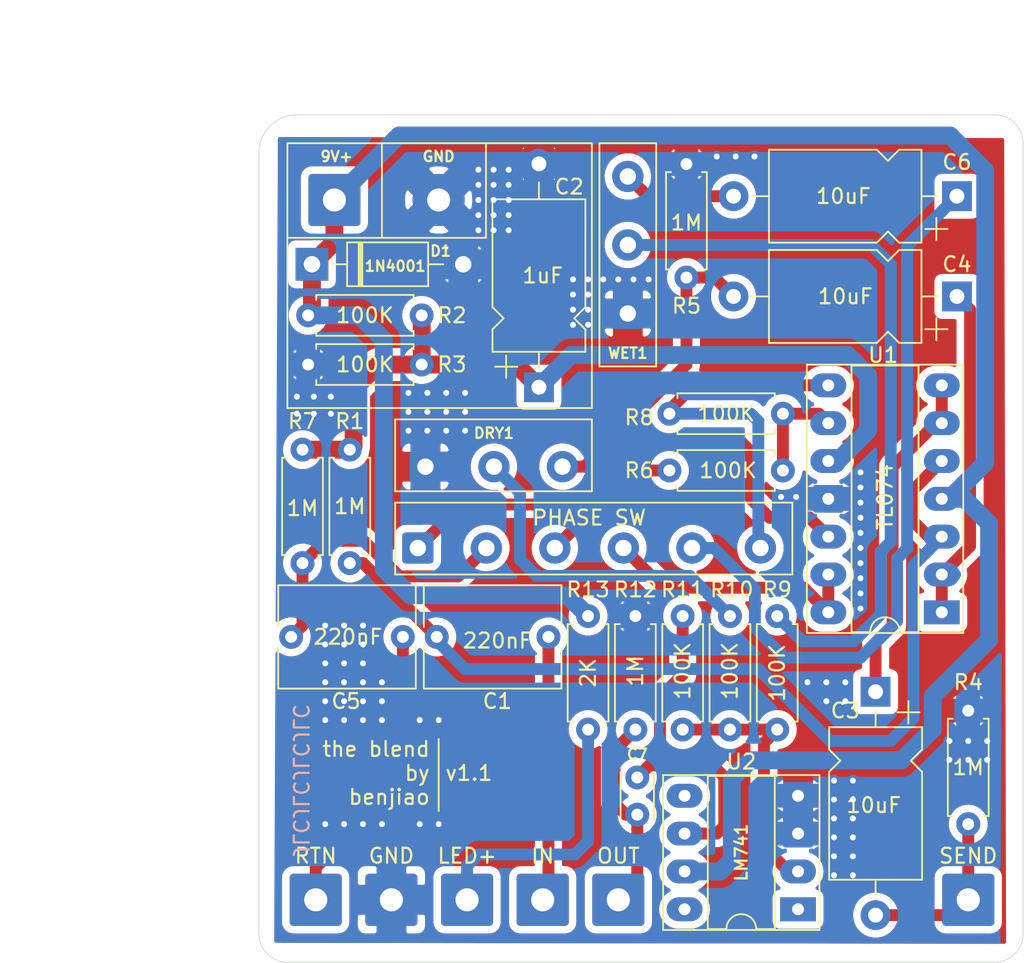
<source format=kicad_pcb>
(kicad_pcb (version 20171130) (host pcbnew 5.1.8+dfsg1-1~bpo10+1)
  (layers (0 F.Cu signal) (31 B.Cu signal) (34 B.Paste user) (35 F.Paste user) (36 B.SilkS user hide) (37 F.SilkS user) (38 B.Mask user) (39 F.Mask user) (44 Edge.Cuts user))
  (net 0 "")
  (net 1 "Net-(C1-Pad1)")
  (net 2 "Net-(C1-Pad2)")
  (net 3 GND)
  (net 4 +4.5V)
  (net 5 "Net-(C3-Pad2)")
  (net 6 "Net-(C3-Pad1)")
  (net 7 "Net-(C4-Pad1)")
  (net 8 "Net-(C4-Pad2)")
  (net 9 "Net-(C5-Pad2)")
  (net 10 "Net-(C5-Pad1)")
  (net 11 "Net-(C6-Pad1)")
  (net 12 "Net-(C6-Pad2)")
  (net 13 "Net-(C7-Pad1)")
  (net 14 "Net-(C7-Pad2)")
  (net 15 +9V)
  (net 16 "Net-(R6-Pad2)")
  (net 17 "Net-(R6-Pad1)")
  (net 18 "Net-(R8-Pad1)")
  (net 19 "Net-(R10-Pad1)")
  (net 20 "Net-(R9-Pad2)")
  (net 21 "Net-(SW1-Pad1)")
  (net 22 "Net-(SW1-Pad4)")
  (net 23 "Net-(R13-Pad2)")
  (net 24 "Net-(DRY1-Pad2)")
  (module Capacitor_THT:C_Rect_L9.0mm_W6.7mm_P7.50mm_MKT (layer F.Cu) (at 157.988 85.852)
    (fp_text reference C1 (at 4.064 4.318) (layer F.SilkS))
    (fp_text value 220nF)
    (pad 1 thru_hole circle (at 0 0) (size 1.6 1.6) (drill 0.8) (layers *.Cu *.Mask) (net 1 "Net-(C1-Pad1)"))
    (pad 2 thru_hole circle (at 7.5 0) (size 1.6 1.6) (drill 0.8) (layers *.Cu *.Mask) (net 2 "Net-(C1-Pad2)"))
  )
  (module Capacitor_THT:CP_Axial_L10.0mm_D6.0mm_P15.00mm_Horizontal (layer F.Cu) (at 164.846 69.088 90)
    (fp_text reference C2 (at 13.462 2.032 180) (layer F.SilkS))
    (fp_text value 1uF hide)
    (pad 2 thru_hole oval (at 15 0 90) (size 2 2) (drill 1) (layers *.Cu *.Mask) (net 3 GND))
    (pad 1 thru_hole rect (at 0 0 90) (size 2 2) (drill 1) (layers *.Cu *.Mask) (net 4 +4.5V))
  )
  (module Capacitor_THT:CP_Axial_L10.0mm_D6.0mm_P15.00mm_Horizontal (layer F.Cu) (at 187.452 89.535 270)
    (fp_text reference C3 (at 1.27 2.032 180) (layer F.SilkS))
    (fp_text value 10uF)
    (pad 2 thru_hole oval (at 15 0 270) (size 2 2) (drill 1) (layers *.Cu *.Mask) (net 5 "Net-(C3-Pad2)"))
    (pad 1 thru_hole rect (at 0 0 270) (size 2 2) (drill 1) (layers *.Cu *.Mask) (net 6 "Net-(C3-Pad1)"))
  )
  (module Capacitor_THT:CP_Axial_L10.0mm_D6.0mm_P15.00mm_Horizontal (layer F.Cu) (at 192.913 62.992 180)
    (fp_text reference C4 (at 0 2.159) (layer F.SilkS))
    (fp_text value 10uF)
    (pad 1 thru_hole rect (at 0 0 180) (size 2 2) (drill 1) (layers *.Cu *.Mask) (net 7 "Net-(C4-Pad1)"))
    (pad 2 thru_hole oval (at 15 0 180) (size 2 2) (drill 1) (layers *.Cu *.Mask) (net 8 "Net-(C4-Pad2)"))
  )
  (module Capacitor_THT:C_Rect_L9.0mm_W6.7mm_P7.50mm_MKT (layer F.Cu) (at 148.209 85.852)
    (fp_text reference C5 (at 3.683 4.318) (layer F.SilkS))
    (fp_text value 220nF)
    (pad 2 thru_hole circle (at 7.5 0) (size 1.6 1.6) (drill 0.8) (layers *.Cu *.Mask) (net 9 "Net-(C5-Pad2)"))
    (pad 1 thru_hole circle (at 0 0) (size 1.6 1.6) (drill 0.8) (layers *.Cu *.Mask) (net 10 "Net-(C5-Pad1)"))
  )
  (module Capacitor_THT:CP_Axial_L10.0mm_D6.0mm_P15.00mm_Horizontal (layer F.Cu) (at 192.913 56.261 180)
    (fp_text reference C6 (at 0 2.286) (layer F.SilkS))
    (fp_text value 10uF)
    (pad 1 thru_hole rect (at 0 0 180) (size 2 2) (drill 1) (layers *.Cu *.Mask) (net 11 "Net-(C6-Pad1)"))
    (pad 2 thru_hole oval (at 15 0 180) (size 2 2) (drill 1) (layers *.Cu *.Mask) (net 12 "Net-(C6-Pad2)"))
  )
  (module Capacitor_THT:C_Disc_D3.0mm_W2.0mm_P2.50mm (layer F.Cu) (at 171.45 97.79 90)
    (fp_text reference C7 (at 4.064 0 180) (layer F.SilkS) (effects (font (size 0.7 0.7))))
    (fp_text value 100nF)
    (pad 1 thru_hole circle (at 0 0 90) (size 1.6 1.6) (drill 0.8) (layers *.Cu *.Mask) (net 13 "Net-(C7-Pad1)"))
    (pad 2 thru_hole circle (at 2.5 0 90) (size 1.6 1.6) (drill 0.8) (layers *.Cu *.Mask) (net 14 "Net-(C7-Pad2)"))
  )
  (module Diode_THT:D_DO-41_SOD81_P10.16mm_Horizontal (layer F.Cu) (at 149.606 60.833)
    (fp_text reference D1 (at 8.636 -0.889) (layer F.SilkS) (effects (font (size 0.7 0.7))))
    (fp_text value 1N4001 hide)
    (pad 1 thru_hole rect (at 0 0) (size 2.2 2.2) (drill 1.1) (layers *.Cu *.Mask) (net 15 +9V))
    (pad 2 thru_hole oval (at 10.16 0) (size 2.2 2.2) (drill 1.1) (layers *.Cu *.Mask) (net 3 GND))
  )
  (module Connector_Wire:SolderWire-0.75sqmm_1x02_P7mm_D1.25mm_OD3.5mm (layer F.Cu) (at 151.115 56.515)
    (fp_text reference 9V+ (at 0.142 -2.921) (layer F.SilkS) (effects (font (size 0.7 0.7))))
    (fp_text value Jack-DC hide)
    (pad 1 thru_hole roundrect (at 0 0) (size 3.5 3.5) (drill 1.55) (layers *.Cu *.Mask) (roundrect_rratio 0.07142885714285714) (net 15 +9V))
    (pad 2 thru_hole circle (at 7 0) (size 3.5 3.5) (drill 1.55) (layers *.Cu *.Mask) (net 3 GND))
  )
  (module Resistor_THT:R_Axial_DIN0207_L6.3mm_D2.5mm_P7.62mm_Horizontal (layer F.Cu) (at 152.146 80.899 90)
    (fp_text reference R1 (at 9.525 0 180) (layer F.SilkS))
    (fp_text value 1M)
    (pad 1 thru_hole circle (at 0 0 90) (size 1.6 1.6) (drill 0.8) (layers *.Cu *.Mask) (net 1 "Net-(C1-Pad1)"))
    (pad 2 thru_hole oval (at 7.62 0 90) (size 1.6 1.6) (drill 0.8) (layers *.Cu *.Mask) (net 4 +4.5V))
  )
  (module Resistor_THT:R_Axial_DIN0207_L6.3mm_D2.5mm_P7.62mm_Horizontal (layer F.Cu) (at 149.352 64.262)
    (fp_text reference R2 (at 9.652 0) (layer F.SilkS))
    (fp_text value 100K)
    (pad 1 thru_hole circle (at 0 0) (size 1.6 1.6) (drill 0.8) (layers *.Cu *.Mask) (net 15 +9V))
    (pad 2 thru_hole oval (at 7.62 0) (size 1.6 1.6) (drill 0.8) (layers *.Cu *.Mask) (net 4 +4.5V))
  )
  (module Resistor_THT:R_Axial_DIN0207_L6.3mm_D2.5mm_P7.62mm_Horizontal (layer F.Cu) (at 156.972 67.564 180)
    (fp_text reference R3 (at -2.032 0) (layer F.SilkS))
    (fp_text value 100K)
    (pad 2 thru_hole oval (at 7.62 0 180) (size 1.6 1.6) (drill 0.8) (layers *.Cu *.Mask) (net 3 GND))
    (pad 1 thru_hole circle (at 0 0 180) (size 1.6 1.6) (drill 0.8) (layers *.Cu *.Mask) (net 4 +4.5V))
  )
  (module Resistor_THT:R_Axial_DIN0207_L6.3mm_D2.5mm_P7.62mm_Horizontal (layer F.Cu) (at 193.675 98.425 90)
    (fp_text reference R4 (at 9.525 0 180) (layer F.SilkS))
    (fp_text value 1M)
    (pad 2 thru_hole oval (at 7.62 0 90) (size 1.6 1.6) (drill 0.8) (layers *.Cu *.Mask) (net 3 GND))
    (pad 1 thru_hole circle (at 0 0 90) (size 1.6 1.6) (drill 0.8) (layers *.Cu *.Mask) (net 5 "Net-(C3-Pad2)"))
  )
  (module Resistor_THT:R_Axial_DIN0207_L6.3mm_D2.5mm_P7.62mm_Horizontal (layer F.Cu) (at 174.752 61.722 90)
    (fp_text reference R5 (at -1.905 0 180) (layer F.SilkS))
    (fp_text value 1M)
    (pad 1 thru_hole circle (at 0 0 90) (size 1.6 1.6) (drill 0.8) (layers *.Cu *.Mask) (net 8 "Net-(C4-Pad2)"))
    (pad 2 thru_hole oval (at 7.62 0 90) (size 1.6 1.6) (drill 0.8) (layers *.Cu *.Mask) (net 3 GND))
  )
  (module Resistor_THT:R_Axial_DIN0207_L6.3mm_D2.5mm_P7.62mm_Horizontal (layer F.Cu) (at 181.229 74.676 180)
    (fp_text reference R6 (at 9.652 0) (layer F.SilkS))
    (fp_text value 100K)
    (pad 1 thru_hole circle (at 0 0 180) (size 1.6 1.6) (drill 0.8) (layers *.Cu *.Mask) (net 17 "Net-(R6-Pad1)"))
    (pad 2 thru_hole oval (at 7.62 0 180) (size 1.6 1.6) (drill 0.8) (layers *.Cu *.Mask) (net 16 "Net-(R6-Pad2)"))
  )
  (module Resistor_THT:R_Axial_DIN0207_L6.3mm_D2.5mm_P7.62mm_Horizontal (layer F.Cu) (at 148.971 80.899 90)
    (fp_text reference R7 (at 9.525 0 180) (layer F.SilkS))
    (fp_text value 1M)
    (pad 2 thru_hole oval (at 7.62 0 90) (size 1.6 1.6) (drill 0.8) (layers *.Cu *.Mask) (net 4 +4.5V))
    (pad 1 thru_hole circle (at 0 0 90) (size 1.6 1.6) (drill 0.8) (layers *.Cu *.Mask) (net 10 "Net-(C5-Pad1)"))
  )
  (module Resistor_THT:R_Axial_DIN0207_L6.3mm_D2.5mm_P7.62mm_Horizontal (layer F.Cu) (at 173.609 70.866)
    (fp_text reference R8 (at -2.032 0.254) (layer F.SilkS))
    (fp_text value 100K)
    (pad 1 thru_hole circle (at 0 0) (size 1.6 1.6) (drill 0.8) (layers *.Cu *.Mask) (net 18 "Net-(R8-Pad1)"))
    (pad 2 thru_hole oval (at 7.62 0) (size 1.6 1.6) (drill 0.8) (layers *.Cu *.Mask) (net 17 "Net-(R6-Pad1)"))
  )
  (module Resistor_THT:R_Axial_DIN0207_L6.3mm_D2.5mm_P7.62mm_Horizontal (layer F.Cu) (at 180.848 92.075 90)
    (fp_text reference R9 (at 9.398 0) (layer F.SilkS))
    (fp_text value 100K)
    (pad 2 thru_hole oval (at 7.62 0 90) (size 1.6 1.6) (drill 0.8) (layers *.Cu *.Mask) (net 20 "Net-(R9-Pad2)"))
    (pad 1 thru_hole circle (at 0 0 90) (size 1.6 1.6) (drill 0.8) (layers *.Cu *.Mask) (net 19 "Net-(R10-Pad1)"))
  )
  (module Resistor_THT:R_Axial_DIN0207_L6.3mm_D2.5mm_P7.62mm_Horizontal (layer F.Cu) (at 177.673 92.075 90)
    (fp_text reference R10 (at 9.398 0.127 180) (layer F.SilkS))
    (fp_text value 100K)
    (pad 1 thru_hole circle (at 0 0 90) (size 1.6 1.6) (drill 0.8) (layers *.Cu *.Mask) (net 19 "Net-(R10-Pad1)"))
    (pad 2 thru_hole oval (at 7.62 0 90) (size 1.6 1.6) (drill 0.8) (layers *.Cu *.Mask) (net 24 "Net-(DRY1-Pad2)"))
  )
  (module Resistor_THT:R_Axial_DIN0207_L6.3mm_D2.5mm_P7.62mm_Horizontal (layer F.Cu) (at 174.498 84.455 270)
    (fp_text reference R11 (at -1.778 0) (layer F.SilkS))
    (fp_text value 100K)
    (pad 2 thru_hole oval (at 7.62 0 270) (size 1.6 1.6) (drill 0.8) (layers *.Cu *.Mask) (net 19 "Net-(R10-Pad1)"))
    (pad 1 thru_hole circle (at 0 0 270) (size 1.6 1.6) (drill 0.8) (layers *.Cu *.Mask) (net 14 "Net-(C7-Pad2)"))
  )
  (module Resistor_THT:R_Axial_DIN0207_L6.3mm_D2.5mm_P7.62mm_Horizontal (layer F.Cu) (at 171.323 92.075 90)
    (fp_text reference R12 (at 9.398 0 180) (layer F.SilkS))
    (fp_text value 1M)
    (pad 1 thru_hole circle (at 0 0 90) (size 1.6 1.6) (drill 0.8) (layers *.Cu *.Mask) (net 13 "Net-(C7-Pad1)"))
    (pad 2 thru_hole oval (at 7.62 0 90) (size 1.6 1.6) (drill 0.8) (layers *.Cu *.Mask) (net 3 GND))
  )
  (module Resistor_THT:R_Axial_DIN0207_L6.3mm_D2.5mm_P7.62mm_Horizontal (layer F.Cu) (at 168.148 84.455 270)
    (fp_text reference R13 (at -1.778 0 180) (layer F.SilkS))
    (fp_text value 2K)
    (pad 2 thru_hole oval (at 7.62 0 270) (size 1.6 1.6) (drill 0.8) (layers *.Cu *.Mask) (net 23 "Net-(R13-Pad2)"))
    (pad 1 thru_hole circle (at 0 0 270) (size 1.6 1.6) (drill 0.8) (layers *.Cu *.Mask) (net 15 +9V))
  )
  (module Connector_Wire:SolderWire-0.5sqmm_1x06_P4.6mm_D0.9mm_OD2.1mm (layer F.Cu) (at 156.718 79.883)
    (fp_text reference "PHASE SW" (at 11.5 -2.032) (layer F.SilkS))
    (fp_text value SW_DPDT_x2 hide)
    (pad 1 thru_hole roundrect (at 0 0) (size 2.1 2.1) (drill 1.1) (layers *.Cu *.Mask) (roundrect_rratio 0.1190471428571429) (net 21 "Net-(SW1-Pad1)"))
    (pad 2 thru_hole circle (at 4.6 0) (size 2.1 2.1) (drill 1.1) (layers *.Cu *.Mask) (net 10 "Net-(C5-Pad1)"))
    (pad 3 thru_hole circle (at 9.2 0) (size 2.1 2.1) (drill 1.1) (layers *.Cu *.Mask) (net 16 "Net-(R6-Pad2)"))
    (pad 4 thru_hole circle (at 13.8 0) (size 2.1 2.1) (drill 1.1) (layers *.Cu *.Mask) (net 22 "Net-(SW1-Pad4)"))
    (pad 5 thru_hole circle (at 18.4 0) (size 2.1 2.1) (drill 1.1) (layers *.Cu *.Mask) (net 11 "Net-(C6-Pad1)"))
    (pad 6 thru_hole circle (at 23 0) (size 2.1 2.1) (drill 1.1) (layers *.Cu *.Mask) (net 18 "Net-(R8-Pad1)"))
  )
  (module Connector_Wire:SolderWire-0.75sqmm_1x01_D1.25mm_OD3.5mm (layer F.Cu) (at 165.1 103.505)
    (fp_text reference IN (at 0 -2.95) (layer F.SilkS))
    (fp_text value INPUT)
    (pad 1 thru_hole roundrect (at 0 0) (size 3.5 3.5) (drill 1.55) (layers *.Cu *.Mask) (roundrect_rratio 0.07142885714285714) (net 2 "Net-(C1-Pad2)"))
  )
  (module Connector_Wire:SolderWire-0.75sqmm_1x01_D1.25mm_OD3.5mm (layer F.Cu) (at 193.675 103.505)
    (fp_text reference SEND (at 0 -2.95) (layer F.SilkS))
    (fp_text value SEND)
    (pad 1 thru_hole roundrect (at 0 0) (size 3.5 3.5) (drill 1.55) (layers *.Cu *.Mask) (roundrect_rratio 0.07142885714285714) (net 5 "Net-(C3-Pad2)"))
  )
  (module Connector_Wire:SolderWire-0.75sqmm_1x01_D1.25mm_OD3.5mm (layer F.Cu) (at 149.86 103.505)
    (fp_text reference RTN (at 0 -2.95) (layer F.SilkS))
    (fp_text value RETURN)
    (pad 1 thru_hole roundrect (at 0 0) (size 3.5 3.5) (drill 1.55) (layers *.Cu *.Mask) (roundrect_rratio 0.07142885714285714) (net 9 "Net-(C5-Pad2)"))
  )
  (module Connector_Wire:SolderWire-0.75sqmm_1x01_D1.25mm_OD3.5mm (layer F.Cu) (at 170.18 103.505)
    (fp_text reference OUT (at 0 -2.95) (layer F.SilkS))
    (fp_text value OUTPUT)
    (pad 1 thru_hole roundrect (at 0 0) (size 3.5 3.5) (drill 1.55) (layers *.Cu *.Mask) (roundrect_rratio 0.07142885714285714) (net 13 "Net-(C7-Pad1)"))
  )
  (module Connector_Wire:SolderWire-0.75sqmm_1x01_D1.25mm_OD3.5mm (layer F.Cu) (at 154.94 103.505)
    (fp_text reference GND (at 0 -2.95) (layer F.SilkS))
    (fp_text value GND)
    (pad 1 thru_hole roundrect (at 0 0) (size 3.5 3.5) (drill 1.55) (layers *.Cu *.Mask) (roundrect_rratio 0.07142885714285714) (net 3 GND))
  )
  (module Connector_Wire:SolderWire-0.75sqmm_1x01_D1.25mm_OD3.5mm (layer F.Cu) (at 160.02 103.505)
    (fp_text reference LED+ (at 0 -2.95) (layer F.SilkS))
    (fp_text value LED+)
    (pad 1 thru_hole roundrect (at 0 0) (size 3.5 3.5) (drill 1.55) (layers *.Cu *.Mask) (roundrect_rratio 0.07142885714285714) (net 23 "Net-(R13-Pad2)"))
  )
  (module Package_DIP:DIP-14_W7.62mm_Socket_LongPads (layer F.Cu) (at 191.897 84.201 180)
    (fp_text reference U1 (at 3.937 17.272) (layer F.SilkS))
    (fp_text value TL074)
    (pad 1 thru_hole rect (at 0 0 180) (size 2.4 1.6) (drill 0.8) (layers *.Cu *.Mask) (net 7 "Net-(C4-Pad1)"))
    (pad 8 thru_hole oval (at 7.62 15.24 180) (size 2.4 1.6) (drill 0.8) (layers *.Cu *.Mask) (net 18 "Net-(R8-Pad1)"))
    (pad 2 thru_hole oval (at 0 2.54 180) (size 2.4 1.6) (drill 0.8) (layers *.Cu *.Mask) (net 7 "Net-(C4-Pad1)"))
    (pad 9 thru_hole oval (at 7.62 12.7 180) (size 2.4 1.6) (drill 0.8) (layers *.Cu *.Mask) (net 17 "Net-(R6-Pad1)"))
    (pad 3 thru_hole oval (at 0 5.08 180) (size 2.4 1.6) (drill 0.8) (layers *.Cu *.Mask) (net 1 "Net-(C1-Pad1)"))
    (pad 10 thru_hole oval (at 7.62 10.16 180) (size 2.4 1.6) (drill 0.8) (layers *.Cu *.Mask) (net 4 +4.5V))
    (pad 4 thru_hole oval (at 0 7.62 180) (size 2.4 1.6) (drill 0.8) (layers *.Cu *.Mask) (net 15 +9V))
    (pad 11 thru_hole oval (at 7.62 7.62 180) (size 2.4 1.6) (drill 0.8) (layers *.Cu *.Mask) (net 3 GND))
    (pad 5 thru_hole oval (at 0 10.16 180) (size 2.4 1.6) (drill 0.8) (layers *.Cu *.Mask) (net 1 "Net-(C1-Pad1)"))
    (pad 12 thru_hole oval (at 7.62 5.08 180) (size 2.4 1.6) (drill 0.8) (layers *.Cu *.Mask) (net 21 "Net-(SW1-Pad1)"))
    (pad 6 thru_hole oval (at 0 12.7 180) (size 2.4 1.6) (drill 0.8) (layers *.Cu *.Mask) (net 6 "Net-(C3-Pad1)"))
    (pad 13 thru_hole oval (at 7.62 2.54 180) (size 2.4 1.6) (drill 0.8) (layers *.Cu *.Mask) (net 22 "Net-(SW1-Pad4)"))
    (pad 7 thru_hole oval (at 0 15.24 180) (size 2.4 1.6) (drill 0.8) (layers *.Cu *.Mask) (net 6 "Net-(C3-Pad1)"))
    (pad 14 thru_hole oval (at 7.62 0 180) (size 2.4 1.6) (drill 0.8) (layers *.Cu *.Mask) (net 22 "Net-(SW1-Pad4)"))
  )
  (module Package_DIP:DIP-8_W7.62mm_Socket_LongPads (layer F.Cu) (at 182.245 104.14 180)
    (fp_text reference U2 (at 3.81 9.906) (layer F.SilkS))
    (fp_text value LM741)
    (pad 1 thru_hole rect (at 0 0 180) (size 2.4 1.6) (drill 0.8) (layers *.Cu *.Mask))
    (pad 5 thru_hole oval (at 7.62 7.62 180) (size 2.4 1.6) (drill 0.8) (layers *.Cu *.Mask))
    (pad 2 thru_hole oval (at 0 2.54 180) (size 2.4 1.6) (drill 0.8) (layers *.Cu *.Mask) (net 19 "Net-(R10-Pad1)"))
    (pad 6 thru_hole oval (at 7.62 5.08 180) (size 2.4 1.6) (drill 0.8) (layers *.Cu *.Mask) (net 14 "Net-(C7-Pad2)"))
    (pad 3 thru_hole oval (at 0 5.08 180) (size 2.4 1.6) (drill 0.8) (layers *.Cu *.Mask) (net 3 GND))
    (pad 7 thru_hole oval (at 7.62 2.54 180) (size 2.4 1.6) (drill 0.8) (layers *.Cu *.Mask) (net 15 +9V))
    (pad 4 thru_hole oval (at 0 7.62 180) (size 2.4 1.6) (drill 0.8) (layers *.Cu *.Mask) (net 3 GND))
    (pad 8 thru_hole oval (at 7.62 0 180) (size 2.4 1.6) (drill 0.8) (layers *.Cu *.Mask))
  )
  (module Connector_Wire:SolderWire-0.5sqmm_1x03_P4.6mm_D0.9mm_OD2.1mm (layer F.Cu) (at 157.226 74.422)
    (fp_text reference DRY1 (at 4.6 -2.25) (layer F.SilkS) (effects (font (size 0.7 0.7))))
    (fp_text value A1M hide)
    (pad 3 thru_hole circle (at 9.2 0) (size 2.1 2.1) (drill 1.1) (layers *.Cu *.Mask) (net 8 "Net-(C4-Pad2)"))
    (pad 2 thru_hole circle (at 4.6 0) (size 2.1 2.1) (drill 1.1) (layers *.Cu *.Mask) (net 24 "Net-(DRY1-Pad2)"))
    (pad 1 thru_hole roundrect (at 0 0) (size 2.1 2.1) (drill 1.1) (layers *.Cu *.Mask) (roundrect_rratio 0.1190471428571429) (net 3 GND))
  )
  (module Connector_Wire:SolderWire-0.5sqmm_1x03_P4.6mm_D0.9mm_OD2.1mm (layer F.Cu) (at 170.815 64.135 90)
    (fp_text reference WET1 (at -2.667 0 180) (layer F.SilkS) (effects (font (size 0.7 0.7))))
    (fp_text value A1M)
    (pad 1 thru_hole roundrect (at 0 0 90) (size 2.1 2.1) (drill 1.1) (layers *.Cu *.Mask) (roundrect_rratio 0.1190471428571429) (net 3 GND))
    (pad 2 thru_hole circle (at 4.6 0 90) (size 2.1 2.1) (drill 1.1) (layers *.Cu *.Mask) (net 20 "Net-(R9-Pad2)"))
    (pad 3 thru_hole circle (at 9.2 0 90) (size 2.1 2.1) (drill 1.1) (layers *.Cu *.Mask) (net 12 "Net-(C6-Pad2)"))
  )
  (gr_text JLCJLCJLCJLC (at 148.844 95.504 270) (layer B.SilkS) (effects (font (size 1 1)) (justify mirror)))
  (gr_text LM741 (at 178.435 100.33 90) (layer F.SilkS) (effects (font (size 0.8 0.8))))
  (gr_text TL074 (at 188.087 76.454 90) (layer F.SilkS) (effects (font (size 1 1))))
  (gr_line (start 158.115 92.71) (end 158.115 97.536) (layer F.SilkS) (width 0.12))
  (gr_text v1.1 (at 160.147 94.996) (layer F.SilkS) (effects (font (size 1 1))))
  (gr_text "the blend\nby\nbenjiao" (at 157.607 94.996) (layer F.SilkS) (effects (font (size 1 1)) (justify right)))
  (gr_line (start 181.864 81.661) (end 181.864 76.835) (layer F.SilkS) (width 0.12))
  (gr_line (start 155.194 81.661) (end 181.864 81.661) (layer F.SilkS) (width 0.12))
  (gr_line (start 155.194 76.835) (end 155.194 81.661) (layer F.SilkS) (width 0.12))
  (gr_line (start 155.194 76.835) (end 181.864 76.835) (layer F.SilkS) (width 0.12))
  (gr_text 1M (at 174.752 58.039) (layer F.SilkS) (effects (font (size 1 1))))
  (gr_text 10uF (at 185.293 56.261) (layer F.SilkS) (effects (font (size 1 1))))
  (gr_text 10uF (at 185.42 62.992) (layer F.SilkS) (effects (font (size 1 1))))
  (gr_text 100K (at 177.546 74.676) (layer F.SilkS) (effects (font (size 1 1))))
  (gr_text 100K (at 177.419 70.866) (layer F.SilkS) (effects (font (size 1 1))))
  (gr_text 2K (at 168.148 88.265 90) (layer F.SilkS) (effects (font (size 1 1))))
  (gr_line (start 168.402 76.073) (end 155.194 76.073) (layer F.SilkS) (width 0.12))
  (gr_line (start 168.91 67.691) (end 168.91 52.705) (layer F.SilkS) (width 0.12))
  (gr_line (start 172.72 67.691) (end 168.91 67.691) (layer F.SilkS) (width 0.12))
  (gr_line (start 172.72 52.705) (end 172.72 67.691) (layer F.SilkS) (width 0.12))
  (gr_line (start 168.91 52.705) (end 172.72 52.705) (layer F.SilkS) (width 0.12))
  (gr_line (start 155.194 76.073) (end 155.194 71.247) (layer F.SilkS) (width 0.12))
  (gr_line (start 168.402 71.247) (end 168.402 76.073) (layer F.SilkS) (width 0.12))
  (gr_line (start 155.194 71.247) (end 168.402 71.247) (layer F.SilkS) (width 0.12))
  (gr_text 1M (at 171.323 88.138 90) (layer F.SilkS) (effects (font (size 1 1))))
  (gr_text 100K (at 180.848 88.265 90) (layer F.SilkS) (effects (font (size 1 1))))
  (gr_text 100K (at 177.673 88.138 90) (layer F.SilkS) (effects (font (size 1 1))))
  (gr_text 100K (at 174.498 88.138 90) (layer F.SilkS) (effects (font (size 1 1))))
  (gr_text 1M (at 193.675 94.615) (layer F.SilkS) (effects (font (size 1 1))))
  (gr_text 10uF (at 187.325 97.155) (layer F.SilkS) (effects (font (size 1 1))))
  (gr_text 220nF (at 152.019 85.852) (layer F.SilkS) (effects (font (size 1 1))))
  (gr_text 220nF (at 162.052 86.106) (layer F.SilkS) (effects (font (size 1 1))))
  (gr_text 1M (at 152.146 77.089) (layer F.SilkS) (effects (font (size 1 1))))
  (gr_text 1M (at 148.971 77.216) (layer F.SilkS) (effects (font (size 1 1))))
  (gr_line (start 168.402 70.485) (end 147.955 70.485) (layer F.SilkS) (width 0.12))
  (gr_line (start 168.402 52.705) (end 168.402 70.485) (layer F.SilkS) (width 0.12))
  (gr_line (start 161.29 52.705) (end 168.402 52.705) (layer F.SilkS) (width 0.12))
  (gr_text 1N4001 (at 155.194 60.96) (layer F.SilkS) (effects (font (size 0.7 0.7))))
  (gr_text GND (at 158.115 53.594) (layer F.SilkS) (effects (font (size 0.7 0.7))))
  (gr_line (start 161.29 52.705) (end 161.29 59.055) (layer F.SilkS) (width 0.12))
  (gr_line (start 154.305 52.705) (end 154.305 59.055) (layer F.SilkS) (width 0.12))
  (gr_line (start 147.955 59.055) (end 161.29 59.055) (layer F.SilkS) (width 0.12))
  (gr_line (start 147.955 70.485) (end 147.955 52.705) (layer F.SilkS) (width 0.12))
  (gr_line (start 147.955 52.705) (end 161.29 52.705) (layer F.SilkS) (width 0.12))
  (gr_text 1uF (at 165.1 61.595) (layer F.SilkS) (effects (font (size 1 1))))
  (gr_text 100K (at 153.162 67.564) (layer F.SilkS) (effects (font (size 1 1))))
  (gr_text "100K\n" (at 153.162 64.262) (layer F.SilkS) (effects (font (size 1 1))))
  (gr_arc (start 195.453 105.791) (end 195.453 107.696) (angle -90) (layer Edge.Cuts) (width 0.05))
  (gr_line (start 147.955 107.696) (end 195.453 107.696) (layer Edge.Cuts) (width 0.05))
  (gr_line (start 197.358 52.705) (end 197.358 105.791) (layer Edge.Cuts) (width 0.05))
  (gr_line (start 195.453 50.8) (end 148.59 50.8) (layer Edge.Cuts) (width 0.05))
  (gr_arc (start 195.453 52.705) (end 197.358 52.705) (angle -90) (layer Edge.Cuts) (width 0.05))
  (gr_line (start 146.05 53.34) (end 146.05 105.791) (layer Edge.Cuts) (width 0.05))
  (gr_arc (start 147.955 105.791) (end 146.05 105.791) (angle -90) (layer Edge.Cuts) (width 0.05))
  (gr_arc (start 148.59 53.34) (end 148.59 50.8) (angle -90) (layer Edge.Cuts) (width 0.05))
  (segment (start 190.875676 75.062324) (end 191.897 74.041) (width 0.8) (layer F.Cu) (net 1))
  (segment (start 191.008 79.121) (end 189.992 78.105) (width 0.8) (layer F.Cu) (net 1))
  (segment (start 191.897 79.121) (end 191.008 79.121) (width 0.8) (layer F.Cu) (net 1))
  (segment (start 189.992 78.105) (end 189.992 76.581) (width 0.8) (layer F.Cu) (net 1))
  (segment (start 190.875676 75.08099) (end 190.875676 75.062324) (width 0.8) (layer F.Cu) (net 1))
  (segment (start 189.99699 76.57601) (end 189.99699 75.959676) (width 0.8) (layer F.Cu) (net 1))
  (segment (start 189.992 76.581) (end 189.99699 76.57601) (width 0.8) (layer F.Cu) (net 1))
  (segment (start 189.99699 75.959676) (end 190.875676 75.08099) (width 0.8) (layer F.Cu) (net 1))
  (segment (start 152.146 80.899) (end 153.035 80.899) (width 0.8) (layer F.Cu) (net 1))
  (segment (start 153.035 80.899) (end 157.988 85.852) (width 0.8) (layer F.Cu) (net 1))
  (segment (start 159.893 88.011) (end 158.242 86.36) (width 0.8) (layer B.Cu) (net 1))
  (segment (start 179.578 88.011) (end 159.893 88.011) (width 0.8) (layer B.Cu) (net 1))
  (segment (start 191.897 79.139666) (end 189.99699 81.039676) (width 0.8) (layer B.Cu) (net 1))
  (segment (start 189.99699 81.039676) (end 189.99699 91.30801) (width 0.8) (layer B.Cu) (net 1))
  (segment (start 189.99699 91.30801) (end 188.468 92.837) (width 0.8) (layer B.Cu) (net 1))
  (segment (start 188.468 92.837) (end 184.404 92.837) (width 0.8) (layer B.Cu) (net 1))
  (segment (start 191.897 79.121) (end 191.897 79.139666) (width 0.8) (layer B.Cu) (net 1))
  (segment (start 184.404 92.837) (end 179.578 88.011) (width 0.8) (layer B.Cu) (net 1))
  (segment (start 165.488 103.117) (end 165.1 103.505) (width 0.8) (layer F.Cu) (net 2))
  (segment (start 165.488 86.36) (end 165.488 103.117) (width 0.8) (layer F.Cu) (net 2))
  (via (at 186.436 74.803) (size 0.8) (drill 0.4) (layers F.Cu B.Cu) (net 3))
  (via (at 186.436 75.819) (size 0.8) (drill 0.4) (layers F.Cu B.Cu) (net 3))
  (via (at 186.436 76.835) (size 0.8) (drill 0.4) (layers F.Cu B.Cu) (net 3))
  (via (at 186.436 77.851) (size 0.8) (drill 0.4) (layers F.Cu B.Cu) (net 3))
  (via (at 186.436 78.867) (size 0.8) (drill 0.4) (layers F.Cu B.Cu) (net 3))
  (via (at 186.436 79.883) (size 0.8) (drill 0.4) (layers F.Cu B.Cu) (net 3))
  (via (at 186.436 80.899) (size 0.8) (drill 0.4) (layers F.Cu B.Cu) (net 3))
  (via (at 186.436 81.915) (size 0.8) (drill 0.4) (layers F.Cu B.Cu) (net 3))
  (via (at 186.436 82.931) (size 0.8) (drill 0.4) (layers F.Cu B.Cu) (net 3))
  (via (at 186.436 83.947) (size 0.8) (drill 0.4) (layers F.Cu B.Cu) (net 3))
  (via (at 160.782 54.483) (size 0.8) (drill 0.4) (layers F.Cu B.Cu) (net 3))
  (via (at 160.782 55.499) (size 0.8) (drill 0.4) (layers F.Cu B.Cu) (net 3))
  (via (at 160.782 56.515) (size 0.8) (drill 0.4) (layers F.Cu B.Cu) (net 3))
  (via (at 160.782 57.531) (size 0.8) (drill 0.4) (layers F.Cu B.Cu) (net 3))
  (via (at 160.782 58.547) (size 0.8) (drill 0.4) (layers F.Cu B.Cu) (net 3))
  (via (at 161.798 54.483) (size 0.8) (drill 0.4) (layers F.Cu B.Cu) (net 3))
  (via (at 161.798 55.499) (size 0.8) (drill 0.4) (layers F.Cu B.Cu) (net 3))
  (via (at 161.798 56.515) (size 0.8) (drill 0.4) (layers F.Cu B.Cu) (net 3))
  (via (at 161.798 57.531) (size 0.8) (drill 0.4) (layers F.Cu B.Cu) (net 3))
  (via (at 161.798 58.547) (size 0.8) (drill 0.4) (layers F.Cu B.Cu) (net 3))
  (via (at 162.814 58.547) (size 0.8) (drill 0.4) (layers F.Cu B.Cu) (net 3))
  (via (at 162.814 57.531) (size 0.8) (drill 0.4) (layers F.Cu B.Cu) (net 3))
  (via (at 162.814 56.515) (size 0.8) (drill 0.4) (layers F.Cu B.Cu) (net 3))
  (via (at 162.814 55.499) (size 0.8) (drill 0.4) (layers F.Cu B.Cu) (net 3))
  (via (at 162.814 54.483) (size 0.8) (drill 0.4) (layers F.Cu B.Cu) (net 3))
  (via (at 169.164 61.849) (size 0.8) (drill 0.4) (layers F.Cu B.Cu) (net 3))
  (via (at 170.18 61.849) (size 0.8) (drill 0.4) (layers F.Cu B.Cu) (net 3))
  (via (at 171.196 61.849) (size 0.8) (drill 0.4) (layers F.Cu B.Cu) (net 3))
  (via (at 172.212 61.849) (size 0.8) (drill 0.4) (layers F.Cu B.Cu) (net 3))
  (via (at 168.148 61.849) (size 0.8) (drill 0.4) (layers F.Cu B.Cu) (net 3))
  (via (at 168.148 62.865) (size 0.8) (drill 0.4) (layers F.Cu B.Cu) (net 3))
  (via (at 168.148 63.881) (size 0.8) (drill 0.4) (layers F.Cu B.Cu) (net 3))
  (via (at 168.148 64.897) (size 0.8) (drill 0.4) (layers F.Cu B.Cu) (net 3))
  (via (at 167.132 61.849) (size 0.8) (drill 0.4) (layers F.Cu B.Cu) (net 3))
  (via (at 167.132 62.865) (size 0.8) (drill 0.4) (layers F.Cu B.Cu) (net 3))
  (via (at 167.132 63.881) (size 0.8) (drill 0.4) (layers F.Cu B.Cu) (net 3))
  (via (at 167.132 64.897) (size 0.8) (drill 0.4) (layers F.Cu B.Cu) (net 3))
  (via (at 156.083 72.009) (size 0.8) (drill 0.4) (layers F.Cu B.Cu) (net 3))
  (via (at 157.353 72.009) (size 0.8) (drill 0.4) (layers F.Cu B.Cu) (net 3))
  (via (at 158.623 72.009) (size 0.8) (drill 0.4) (layers F.Cu B.Cu) (net 3))
  (via (at 159.893 72.009) (size 0.8) (drill 0.4) (layers F.Cu B.Cu) (net 3))
  (via (at 159.893 70.739) (size 0.8) (drill 0.4) (layers F.Cu B.Cu) (net 3))
  (via (at 158.623 70.739) (size 0.8) (drill 0.4) (layers F.Cu B.Cu) (net 3))
  (via (at 157.353 70.739) (size 0.8) (drill 0.4) (layers F.Cu B.Cu) (net 3))
  (via (at 156.083 70.739) (size 0.8) (drill 0.4) (layers F.Cu B.Cu) (net 3))
  (via (at 156.083 69.469) (size 0.8) (drill 0.4) (layers F.Cu B.Cu) (net 3))
  (via (at 157.353 69.469) (size 0.8) (drill 0.4) (layers F.Cu B.Cu) (net 3))
  (via (at 158.623 69.469) (size 0.8) (drill 0.4) (layers F.Cu B.Cu) (net 3))
  (via (at 159.893 69.469) (size 0.8) (drill 0.4) (layers F.Cu B.Cu) (net 3))
  (via (at 148.59 69.723) (size 0.8) (drill 0.4) (layers F.Cu B.Cu) (net 3))
  (via (at 149.733 69.723) (size 0.8) (drill 0.4) (layers F.Cu B.Cu) (net 3))
  (via (at 150.876 69.723) (size 0.8) (drill 0.4) (layers F.Cu B.Cu) (net 3))
  (via (at 150.876 70.866) (size 0.8) (drill 0.4) (layers F.Cu B.Cu) (net 3))
  (via (at 149.733 70.866) (size 0.8) (drill 0.4) (layers F.Cu B.Cu) (net 3))
  (via (at 148.59 70.866) (size 0.8) (drill 0.4) (layers F.Cu B.Cu) (net 3))
  (via (at 182.118 76.454) (size 0.8) (drill 0.4) (layers F.Cu B.Cu) (net 3))
  (via (at 181.102 76.454) (size 0.8) (drill 0.4) (layers F.Cu B.Cu) (net 3))
  (via (at 184.658 95.504) (size 0.8) (drill 0.4) (layers F.Cu B.Cu) (net 3))
  (via (at 184.658 96.774) (size 0.8) (drill 0.4) (layers F.Cu B.Cu) (net 3))
  (via (at 184.658 98.044) (size 0.8) (drill 0.4) (layers F.Cu B.Cu) (net 3))
  (via (at 184.658 99.314) (size 0.8) (drill 0.4) (layers F.Cu B.Cu) (net 3))
  (via (at 184.658 100.584) (size 0.8) (drill 0.4) (layers F.Cu B.Cu) (net 3))
  (via (at 184.658 101.854) (size 0.8) (drill 0.4) (layers F.Cu B.Cu) (net 3))
  (via (at 185.928 101.854) (size 0.8) (drill 0.4) (layers F.Cu B.Cu) (net 3))
  (via (at 185.928 100.584) (size 0.8) (drill 0.4) (layers F.Cu B.Cu) (net 3))
  (via (at 185.928 99.314) (size 0.8) (drill 0.4) (layers F.Cu B.Cu) (net 3))
  (via (at 185.928 98.044) (size 0.8) (drill 0.4) (layers F.Cu B.Cu) (net 3))
  (via (at 185.928 96.774) (size 0.8) (drill 0.4) (layers F.Cu B.Cu) (net 3))
  (via (at 185.928 95.504) (size 0.8) (drill 0.4) (layers F.Cu B.Cu) (net 3))
  (via (at 176.784 53.594) (size 0.8) (drill 0.4) (layers F.Cu B.Cu) (net 3))
  (via (at 178.054 53.594) (size 0.8) (drill 0.4) (layers F.Cu B.Cu) (net 3))
  (via (at 179.324 53.594) (size 0.8) (drill 0.4) (layers F.Cu B.Cu) (net 3))
  (via (at 193.675 92.837) (size 0.8) (drill 0.4) (layers F.Cu B.Cu) (net 3))
  (via (at 194.945 92.837) (size 0.8) (drill 0.4) (layers F.Cu B.Cu) (net 3))
  (via (at 192.405 92.837) (size 0.8) (drill 0.4) (layers F.Cu B.Cu) (net 3))
  (via (at 193.675 94.107) (size 0.8) (drill 0.4) (layers F.Cu B.Cu) (net 3))
  (via (at 194.945 94.107) (size 0.8) (drill 0.4) (layers F.Cu B.Cu) (net 3))
  (via (at 192.405 94.107) (size 0.8) (drill 0.4) (layers F.Cu B.Cu) (net 3))
  (via (at 150.495 91.44) (size 0.8) (drill 0.4) (layers F.Cu B.Cu) (net 3))
  (via (at 151.765 91.44) (size 0.8) (drill 0.4) (layers F.Cu B.Cu) (net 3))
  (via (at 153.035 91.44) (size 0.8) (drill 0.4) (layers F.Cu B.Cu) (net 3))
  (via (at 154.305 91.44) (size 0.8) (drill 0.4) (layers F.Cu B.Cu) (net 3))
  (via (at 150.495 98.425) (size 0.8) (drill 0.4) (layers F.Cu B.Cu) (net 3))
  (via (at 151.765 98.425) (size 0.8) (drill 0.4) (layers F.Cu B.Cu) (net 3))
  (via (at 153.035 98.425) (size 0.8) (drill 0.4) (layers F.Cu B.Cu) (net 3))
  (via (at 154.305 98.425) (size 0.8) (drill 0.4) (layers F.Cu B.Cu) (net 3))
  (via (at 156.845 91.44) (size 0.8) (drill 0.4) (layers F.Cu B.Cu) (net 3))
  (via (at 158.115 91.44) (size 0.8) (drill 0.4) (layers F.Cu B.Cu) (net 3))
  (via (at 156.845 98.425) (size 0.8) (drill 0.4) (layers F.Cu B.Cu) (net 3))
  (via (at 158.115 98.425) (size 0.8) (drill 0.4) (layers F.Cu B.Cu) (net 3))
  (via (at 150.495 90.17) (size 0.8) (drill 0.4) (layers F.Cu B.Cu) (net 3))
  (via (at 151.765 90.17) (size 0.8) (drill 0.4) (layers F.Cu B.Cu) (net 3))
  (via (at 153.035 90.17) (size 0.8) (drill 0.4) (layers F.Cu B.Cu) (net 3))
  (via (at 154.305 90.17) (size 0.8) (drill 0.4) (layers F.Cu B.Cu) (net 3))
  (via (at 154.305 88.9) (size 0.8) (drill 0.4) (layers F.Cu B.Cu) (net 3))
  (via (at 153.035 88.9) (size 0.8) (drill 0.4) (layers F.Cu B.Cu) (net 3))
  (via (at 151.765 88.9) (size 0.8) (drill 0.4) (layers F.Cu B.Cu) (net 3))
  (via (at 150.495 88.9) (size 0.8) (drill 0.4) (layers F.Cu B.Cu) (net 3))
  (via (at 150.495 87.63) (size 0.8) (drill 0.4) (layers F.Cu B.Cu) (net 3))
  (via (at 153.035 87.63) (size 0.8) (drill 0.4) (layers F.Cu B.Cu) (net 3))
  (via (at 151.765 87.63) (size 0.8) (drill 0.4) (layers F.Cu B.Cu) (net 3))
  (via (at 153.035 86.36) (size 0.8) (drill 0.4) (layers F.Cu B.Cu) (net 3))
  (via (at 151.765 86.36) (size 0.8) (drill 0.4) (layers F.Cu B.Cu) (net 3))
  (via (at 150.495 86.36) (size 0.8) (drill 0.4) (layers F.Cu B.Cu) (net 3))
  (via (at 150.495 85.09) (size 0.8) (drill 0.4) (layers F.Cu B.Cu) (net 3))
  (via (at 151.765 85.09) (size 0.8) (drill 0.4) (layers F.Cu B.Cu) (net 3))
  (via (at 153.035 85.09) (size 0.8) (drill 0.4) (layers F.Cu B.Cu) (net 3))
  (segment (start 171.196 84.455) (end 171.323 84.582) (width 1.2) (layer B.Cu) (net 3))
  (via (at 182.88 88.9) (size 0.8) (drill 0.4) (layers F.Cu B.Cu) (net 3))
  (via (at 184.15 88.9) (size 0.8) (drill 0.4) (layers F.Cu B.Cu) (net 3))
  (via (at 185.42 88.9) (size 0.8) (drill 0.4) (layers F.Cu B.Cu) (net 3))
  (via (at 185.42 90.17) (size 0.8) (drill 0.4) (layers F.Cu B.Cu) (net 3))
  (via (at 184.15 90.17) (size 0.8) (drill 0.4) (layers F.Cu B.Cu) (net 3))
  (segment (start 156.972 64.262) (end 156.972 67.564) (width 1.2) (layer F.Cu) (net 4))
  (segment (start 163.322 67.564) (end 164.846 69.088) (width 1.2) (layer F.Cu) (net 4))
  (segment (start 156.972 67.564) (end 163.322 67.564) (width 1.2) (layer F.Cu) (net 4))
  (segment (start 186.944 68.291706) (end 186.944 72.009) (width 1.2) (layer B.Cu) (net 4))
  (segment (start 185.581294 66.929) (end 186.944 68.291706) (width 1.2) (layer B.Cu) (net 4))
  (segment (start 164.846 69.088) (end 167.005 66.929) (width 1.2) (layer B.Cu) (net 4))
  (segment (start 184.912 74.041) (end 184.277 74.041) (width 1.2) (layer B.Cu) (net 4))
  (segment (start 186.944 72.009) (end 184.912 74.041) (width 1.2) (layer B.Cu) (net 4))
  (segment (start 167.005 66.929) (end 185.581294 66.929) (width 1.2) (layer B.Cu) (net 4))
  (segment (start 154.051 67.564) (end 156.972 67.564) (width 1.2) (layer F.Cu) (net 4))
  (segment (start 152.4 69.215) (end 154.051 67.564) (width 1.2) (layer F.Cu) (net 4))
  (segment (start 152.4 73.025) (end 152.146 73.279) (width 1.2) (layer F.Cu) (net 4))
  (segment (start 152.4 69.215) (end 152.4 73.025) (width 1.2) (layer F.Cu) (net 4))
  (segment (start 148.971 73.279) (end 152.146 73.279) (width 1.2) (layer F.Cu) (net 4))
  (segment (start 192.645 104.535) (end 193.675 103.505) (width 0.8) (layer F.Cu) (net 5))
  (segment (start 187.452 104.535) (end 192.645 104.535) (width 0.8) (layer F.Cu) (net 5))
  (segment (start 193.675 98.425) (end 193.675 103.505) (width 0.8) (layer F.Cu) (net 5))
  (segment (start 191.897 71.501) (end 191.897 68.961) (width 0.8) (layer F.Cu) (net 6))
  (segment (start 191.52099 71.501) (end 191.897 71.501) (width 0.8) (layer F.Cu) (net 6))
  (segment (start 188.595 85.09) (end 188.595 74.42699) (width 0.8) (layer F.Cu) (net 6))
  (segment (start 187.452 89.535) (end 187.452 86.233) (width 0.8) (layer F.Cu) (net 6))
  (segment (start 188.595 74.42699) (end 191.52099 71.501) (width 0.8) (layer F.Cu) (net 6))
  (segment (start 187.452 86.233) (end 188.595 85.09) (width 0.8) (layer F.Cu) (net 6))
  (segment (start 191.897 84.201) (end 191.897 81.661) (width 0.8) (layer F.Cu) (net 7))
  (segment (start 192.786 81.661) (end 191.897 81.661) (width 0.8) (layer B.Cu) (net 7))
  (segment (start 193.79701 79.76099) (end 191.897 81.661) (width 0.8) (layer F.Cu) (net 7))
  (segment (start 192.913 62.992) (end 193.79701 63.87601) (width 0.8) (layer F.Cu) (net 7))
  (segment (start 193.79701 63.87601) (end 193.79701 79.76099) (width 0.8) (layer F.Cu) (net 7))
  (segment (start 176.643 61.722) (end 177.913 62.992) (width 0.8) (layer F.Cu) (net 8))
  (segment (start 174.752 61.722) (end 176.643 61.722) (width 0.8) (layer F.Cu) (net 8))
  (segment (start 167.894 74.422) (end 166.426 74.422) (width 0.8) (layer F.Cu) (net 8))
  (segment (start 174.752 61.722) (end 174.752 67.564) (width 0.8) (layer F.Cu) (net 8))
  (segment (start 174.752 67.564) (end 167.894 74.422) (width 0.8) (layer F.Cu) (net 8))
  (segment (start 151.13 102.235) (end 149.86 103.505) (width 0.8) (layer F.Cu) (net 9))
  (segment (start 151.003 100.203) (end 149.86 101.346) (width 0.8) (layer F.Cu) (net 9))
  (segment (start 154.94 100.203) (end 151.003 100.203) (width 0.8) (layer F.Cu) (net 9))
  (segment (start 149.86 101.346) (end 149.86 103.505) (width 0.8) (layer F.Cu) (net 9))
  (segment (start 155.709 86.36) (end 155.709 99.434) (width 0.8) (layer F.Cu) (net 9))
  (segment (start 155.709 99.434) (end 154.94 100.203) (width 0.8) (layer F.Cu) (net 9))
  (segment (start 148.971 85.09) (end 148.209 85.852) (width 0.8) (layer F.Cu) (net 10))
  (segment (start 148.971 80.899) (end 148.971 85.09) (width 0.8) (layer F.Cu) (net 10))
  (segment (start 155.47965 81.788) (end 159.413 81.788) (width 0.8) (layer F.Cu) (net 10))
  (segment (start 159.413 81.788) (end 161.318 79.883) (width 0.8) (layer F.Cu) (net 10))
  (segment (start 150.471001 79.398999) (end 153.090649 79.398999) (width 0.8) (layer F.Cu) (net 10))
  (segment (start 148.971 80.899) (end 150.471001 79.398999) (width 0.8) (layer F.Cu) (net 10))
  (segment (start 153.090649 79.398999) (end 155.47965 81.788) (width 0.8) (layer F.Cu) (net 10))
  (segment (start 188.89698 80.584036) (end 189.56801 79.913006) (width 0.8) (layer B.Cu) (net 11))
  (segment (start 175.118 79.883) (end 176.602924 79.883) (width 0.8) (layer B.Cu) (net 11))
  (segment (start 176.602924 79.883) (end 179.347999 82.628075) (width 0.8) (layer B.Cu) (net 11))
  (segment (start 179.347999 85.240999) (end 181.356 87.249) (width 0.8) (layer B.Cu) (net 11))
  (segment (start 181.356 87.249) (end 186.436001 87.248999) (width 0.8) (layer B.Cu) (net 11))
  (segment (start 189.56801 59.60599) (end 192.913 56.261) (width 0.8) (layer B.Cu) (net 11))
  (segment (start 186.436001 87.248999) (end 188.89698 84.78802) (width 0.8) (layer B.Cu) (net 11))
  (segment (start 189.56801 79.913006) (end 189.56801 59.60599) (width 0.8) (layer B.Cu) (net 11))
  (segment (start 179.347999 82.628075) (end 179.347999 85.240999) (width 0.8) (layer B.Cu) (net 11))
  (segment (start 188.89698 84.78802) (end 188.89698 80.584036) (width 0.8) (layer B.Cu) (net 11))
  (segment (start 172.141 56.261) (end 177.913 56.261) (width 0.8) (layer F.Cu) (net 12))
  (segment (start 170.815 54.935) (end 172.141 56.261) (width 0.8) (layer F.Cu) (net 12))
  (segment (start 170.18 103.505) (end 171.45 103.505) (width 0.8) (layer F.Cu) (net 13))
  (segment (start 171.45 102.235) (end 170.18 103.505) (width 0.8) (layer F.Cu) (net 13))
  (segment (start 171.45 97.79) (end 171.45 102.235) (width 0.8) (layer F.Cu) (net 13))
  (segment (start 169.926 93.472) (end 171.323 92.075) (width 0.8) (layer F.Cu) (net 13))
  (segment (start 169.926 97.028) (end 169.926 93.472) (width 0.8) (layer F.Cu) (net 13))
  (segment (start 171.45 97.79) (end 170.688 97.79) (width 0.8) (layer F.Cu) (net 13))
  (segment (start 170.688 97.79) (end 169.926 97.028) (width 0.8) (layer F.Cu) (net 13))
  (segment (start 174.498 88.392) (end 174.498 84.455) (width 0.8) (layer F.Cu) (net 14))
  (segment (start 172.997999 89.892001) (end 174.498 88.392) (width 0.8) (layer F.Cu) (net 14))
  (segment (start 171.45 95.29) (end 172.997999 93.742001) (width 0.8) (layer F.Cu) (net 14))
  (segment (start 172.249999 94.490001) (end 176.532001 94.490001) (width 0.8) (layer F.Cu) (net 14))
  (segment (start 171.45 95.29) (end 172.249999 94.490001) (width 0.8) (layer F.Cu) (net 14))
  (segment (start 176.532001 94.490001) (end 177.292 95.25) (width 0.8) (layer F.Cu) (net 14))
  (segment (start 177.292 95.25) (end 177.292 98.552) (width 0.8) (layer F.Cu) (net 14))
  (segment (start 176.784 99.06) (end 174.625 99.06) (width 0.8) (layer F.Cu) (net 14))
  (segment (start 177.292 98.552) (end 176.784 99.06) (width 0.8) (layer F.Cu) (net 14))
  (segment (start 172.974 93.742001) (end 172.974 89.892001) (width 0.8) (layer F.Cu) (net 14))
  (segment (start 149.606 64.008) (end 149.352 64.262) (width 1.2) (layer F.Cu) (net 15))
  (segment (start 149.606 60.833) (end 149.606 64.008) (width 1.2) (layer F.Cu) (net 15))
  (segment (start 151.115 59.324) (end 149.606 60.833) (width 1.2) (layer F.Cu) (net 15))
  (segment (start 150.749 56.642) (end 151.115 57.008) (width 1.2) (layer F.Cu) (net 15))
  (segment (start 151.115 57.008) (end 151.115 59.324) (width 1.2) (layer F.Cu) (net 15))
  (segment (start 174.625 101.6) (end 174.889177 101.6) (width 1.2) (layer B.Cu) (net 15))
  (segment (start 174.625 101.6) (end 175.641 101.6) (width 1.2) (layer B.Cu) (net 15))
  (segment (start 191.297001 89.814492) (end 195.072 86.039493) (width 1.2) (layer B.Cu) (net 15))
  (segment (start 191.297001 92.039999) (end 191.297001 89.814492) (width 1.2) (layer B.Cu) (net 15))
  (segment (start 193.421 76.581) (end 191.897 76.581) (width 1.2) (layer B.Cu) (net 15))
  (segment (start 195.072 86.039493) (end 195.072 78.232) (width 1.2) (layer B.Cu) (net 15))
  (segment (start 177.025 101.6) (end 177.8 100.825) (width 1.2) (layer B.Cu) (net 15))
  (segment (start 174.625 101.6) (end 177.025 101.6) (width 1.2) (layer B.Cu) (net 15))
  (segment (start 177.8 100.825) (end 177.8 95.377) (width 1.2) (layer B.Cu) (net 15))
  (segment (start 177.8 95.377) (end 179.039989 94.137011) (width 1.2) (layer B.Cu) (net 15))
  (segment (start 189.199989 94.137011) (end 191.297001 92.039999) (width 1.2) (layer B.Cu) (net 15))
  (segment (start 195.072 78.232) (end 193.421 76.581) (width 1.2) (layer B.Cu) (net 15))
  (segment (start 179.039989 94.137011) (end 189.199989 94.137011) (width 1.2) (layer B.Cu) (net 15))
  (segment (start 194.813001 54.540999) (end 194.813001 74.172999) (width 1.2) (layer B.Cu) (net 15))
  (segment (start 192.460001 52.187999) (end 194.813001 54.540999) (width 1.2) (layer B.Cu) (net 15))
  (segment (start 192.405 76.581) (end 191.897 76.581) (width 1.2) (layer B.Cu) (net 15))
  (segment (start 151.115 56.515) (end 155.442001 52.187999) (width 1.2) (layer B.Cu) (net 15))
  (segment (start 194.813001 74.172999) (end 192.405 76.581) (width 1.2) (layer B.Cu) (net 15))
  (segment (start 155.442001 52.187999) (end 192.460001 52.187999) (width 1.2) (layer B.Cu) (net 15))
  (segment (start 152.781 64.262) (end 149.352 64.262) (width 1.2) (layer B.Cu) (net 15))
  (segment (start 154.432 81.28) (end 154.432 65.913) (width 1.2) (layer B.Cu) (net 15))
  (segment (start 156.21 83.058) (end 154.432 81.28) (width 1.2) (layer B.Cu) (net 15))
  (segment (start 154.432 65.913) (end 152.781 64.262) (width 1.2) (layer B.Cu) (net 15))
  (segment (start 168.148 84.455) (end 166.751 83.058) (width 1.2) (layer B.Cu) (net 15))
  (segment (start 166.751 83.058) (end 156.21 83.058) (width 1.2) (layer B.Cu) (net 15))
  (segment (start 171.125 74.676) (end 173.609 74.676) (width 0.8) (layer F.Cu) (net 16))
  (segment (start 165.918 79.883) (end 171.125 74.676) (width 0.8) (layer F.Cu) (net 16))
  (segment (start 184.277 71.501) (end 183.642 70.866) (width 0.8) (layer F.Cu) (net 17))
  (segment (start 183.642 70.866) (end 181.229 70.866) (width 0.8) (layer F.Cu) (net 17))
  (segment (start 181.229 70.866) (end 181.229 74.676) (width 0.8) (layer F.Cu) (net 17))
  (segment (start 184.277 68.961) (end 175.26 68.961) (width 0.8) (layer F.Cu) (net 18))
  (segment (start 173.609 70.612) (end 173.609 70.866) (width 0.8) (layer F.Cu) (net 18))
  (segment (start 175.26 68.961) (end 173.609 70.612) (width 0.8) (layer F.Cu) (net 18))
  (segment (start 179.578 79.743) (end 179.718 79.883) (width 0.8) (layer B.Cu) (net 18))
  (segment (start 179.578 71.374) (end 179.578 79.743) (width 0.8) (layer B.Cu) (net 18))
  (segment (start 173.609 70.866) (end 179.07 70.866) (width 0.8) (layer B.Cu) (net 18))
  (segment (start 179.07 70.866) (end 179.578 71.374) (width 0.8) (layer B.Cu) (net 18))
  (segment (start 174.498 92.075) (end 180.848 92.075) (width 0.8) (layer F.Cu) (net 19))
  (segment (start 181.61 101.6) (end 182.245 101.6) (width 0.8) (layer F.Cu) (net 19))
  (segment (start 179.959 99.949) (end 181.61 101.6) (width 0.8) (layer F.Cu) (net 19))
  (segment (start 180.848 92.075) (end 179.959 92.964) (width 0.8) (layer F.Cu) (net 19))
  (segment (start 179.959 92.964) (end 179.959 99.949) (width 0.8) (layer F.Cu) (net 19))
  (segment (start 187.17 59.535) (end 170.815 59.535) (width 0.8) (layer B.Cu) (net 20))
  (segment (start 188.467999 60.832999) (end 187.17 59.535) (width 0.8) (layer B.Cu) (net 20))
  (segment (start 187.79697 80.128396) (end 188.467999 79.457367) (width 0.8) (layer B.Cu) (net 20))
  (segment (start 182.541989 86.148989) (end 185.980361 86.148989) (width 0.8) (layer B.Cu) (net 20))
  (segment (start 188.467999 79.457367) (end 188.467999 60.832999) (width 0.8) (layer B.Cu) (net 20))
  (segment (start 180.848 84.455) (end 182.541989 86.148989) (width 0.8) (layer B.Cu) (net 20))
  (segment (start 187.796978 84.332372) (end 187.796979 83.193613) (width 0.8) (layer B.Cu) (net 20))
  (segment (start 187.796979 83.193613) (end 187.796969 83.193601) (width 0.8) (layer B.Cu) (net 20))
  (segment (start 185.980361 86.148989) (end 187.796978 84.332372) (width 0.8) (layer B.Cu) (net 20))
  (segment (start 187.796969 83.193601) (end 187.79697 80.128396) (width 0.8) (layer B.Cu) (net 20))
  (segment (start 183.007 77.832334) (end 183.007 77.851) (width 0.8) (layer F.Cu) (net 21))
  (segment (start 180.34 77.851) (end 182.988334 77.851) (width 0.8) (layer F.Cu) (net 21))
  (segment (start 179.07 76.581) (end 180.34 77.851) (width 0.8) (layer F.Cu) (net 21))
  (segment (start 183.007 77.851) (end 184.277 79.121) (width 0.8) (layer F.Cu) (net 21))
  (segment (start 182.988334 77.851) (end 183.007 77.832334) (width 0.8) (layer F.Cu) (net 21))
  (segment (start 159.639 76.962) (end 167.259 76.962) (width 0.8) (layer F.Cu) (net 21))
  (segment (start 156.718 79.883) (end 159.639 76.962) (width 0.8) (layer F.Cu) (net 21))
  (segment (start 178.435 72.771) (end 179.07 73.406) (width 0.8) (layer F.Cu) (net 21))
  (segment (start 179.07 73.406) (end 179.07 76.581) (width 0.8) (layer F.Cu) (net 21))
  (segment (start 167.259 76.962) (end 171.45 72.771) (width 0.8) (layer F.Cu) (net 21))
  (segment (start 171.45 72.771) (end 178.435 72.771) (width 0.8) (layer F.Cu) (net 21))
  (segment (start 184.277 84.201) (end 184.277 81.661) (width 0.8) (layer F.Cu) (net 22))
  (segment (start 184.277 84.201) (end 182.626 82.55) (width 0.8) (layer F.Cu) (net 22))
  (segment (start 173.185 82.55) (end 170.518 79.883) (width 0.8) (layer F.Cu) (net 22))
  (segment (start 182.626 82.55) (end 173.185 82.55) (width 0.8) (layer F.Cu) (net 22))
  (segment (start 159.893 103.378) (end 160.02 103.505) (width 0.8) (layer B.Cu) (net 23))
  (segment (start 167.259 100.457) (end 168.148 99.568) (width 0.8) (layer B.Cu) (net 23))
  (segment (start 160.782 100.457) (end 167.259 100.457) (width 0.8) (layer B.Cu) (net 23))
  (segment (start 168.148 99.568) (end 168.148 92.075) (width 0.8) (layer B.Cu) (net 23))
  (segment (start 160.02 103.505) (end 160.02 101.219) (width 0.8) (layer B.Cu) (net 23))
  (segment (start 160.02 101.219) (end 160.782 100.457) (width 0.8) (layer B.Cu) (net 23))
  (segment (start 163.576 80.645) (end 164.688989 81.757989) (width 0.8) (layer B.Cu) (net 24))
  (segment (start 164.688989 81.757989) (end 174.975989 81.757989) (width 0.8) (layer B.Cu) (net 24))
  (segment (start 174.975989 81.757989) (end 177.673 84.455) (width 0.8) (layer B.Cu) (net 24))
  (segment (start 163.576 76.172) (end 163.576 80.645) (width 0.8) (layer B.Cu) (net 24))
  (segment (start 161.826 74.422) (end 163.576 76.172) (width 0.8) (layer B.Cu) (net 24))
  (zone (net 3) (net_name GND) (layer F.Cu) (connect_pads (clearance 0.508)) (min_thickness 0.254) (fill yes (arc_segments 32) (thermal_gap 0.508) (thermal_bridge_width 2))
    (polygon (pts (xy 196.215 106.45775) (xy 147.447 106.39425) (xy 147.32 52.29225) (xy 196.088 52.35575)))
  )
  (zone (net 3) (net_name GND) (layer B.Cu) (connect_pads (clearance 0.508)) (min_thickness 0.254) (fill yes (arc_segments 32) (thermal_gap 0.508) (thermal_bridge_width 2))
    (polygon (pts (xy 195.834 106.45775) (xy 147.066 106.39425) (xy 147.32 52.29225) (xy 196.088 52.35575)))
  )
)
</source>
